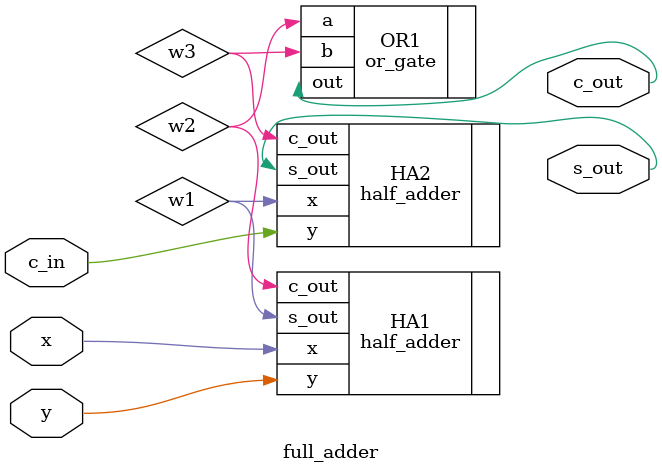
<source format=v>
module full_adder(x, y, c_in, s_out, c_out);

input x, y, c_in;
output s_out, c_out;
wire w1, w2, w3;

half_adder HA1(.x(x), .y(y), .s_out(w1), .c_out(w2));
half_adder HA2(.x(w1), .y(c_in), .s_out(s_out), .c_out(w3));

or_gate OR1(.out(c_out), .a(w2), .b(w3));

endmodule 

</source>
